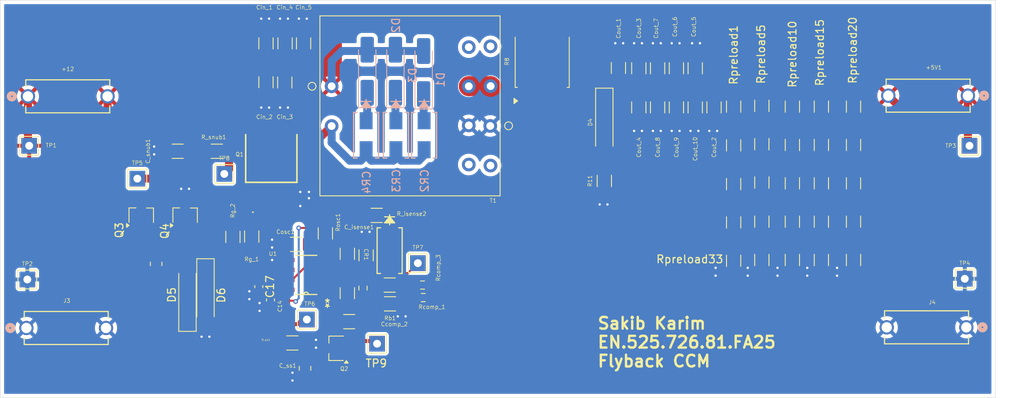
<source format=kicad_pcb>
(kicad_pcb (version 20241229) (generator "pcbnew") (generator_version "9.0")
  (layers (0 "F.Cu" signal) (2 "B.Cu" signal) (13 "F.Paste" user) (15 "B.Paste" user) (5 "F.SilkS" user "F.Silkscreen") (7 "B.SilkS" user "B.Silkscreen") (1 "F.Mask" user) (3 "B.Mask" user) (25 "Edge.Cuts" user))
  (net 0 "")
  (net 1 "VCC")
  (net 2 "GND")
  (net 3 "+5V")
  (net 4 "/COMP")
  (net 5 "/VFB")
  (net 6 "/ISENSE")
  (net 7 "Net-(Q2-B)")
  (net 8 "/RT{slash}CT")
  (net 9 "Net-(CR1-Pad1)")
  (net 10 "Net-(Q1-D)")
  (net 11 "/QG")
  (net 12 "Net-(U1-VREF)")
  (net 13 "/OUT")
  (net 14 "Net-(T1-SB)")
  (net 15 "Net-(D1-K)")
  (net 16 "Net-(D4-A)")
  (net 17 "Net-(Rpreload1-Pad2)")
  (net 18 "Net-(Rpreload2-Pad2)")
  (net 19 "Net-(Rpreload3-Pad2)")
  (net 20 "Net-(Rpreload5-Pad2)")
  (net 21 "Net-(Rpreload6-Pad2)")
  (net 22 "Net-(Rpreload7-Pad2)")
  (net 23 "Net-(Rpreload11-Pad2)")
  (net 24 "Net-(Rpreload10-Pad2)")
  (net 25 "Net-(C_snub1-Pad1)")
  (net 26 "Net-(Rpreload13-Pad2)")
  (net 27 "Net-(Rpreload22-Pad2)")
  (net 28 "Net-(Rpreload15-Pad2)")
  (net 29 "Net-(Rpreload17-Pad2)")
  (net 30 "Net-(Rpreload18-Pad2)")
  (net 31 "Net-(Rpreload23-Pad2)")
  (net 32 "Net-(Rpreload21-Pad2)")
  (net 33 "Net-(Q3-E)")
  (net 34 "Net-(Q3-B)")
  (net 35 "Net-(Rpreload33-Pad1)")
  (net 36 "Net-(Rpreload8-Pad2)")
  (net 37 "Net-(Rpreload12-Pad2)")
  (net 38 "Net-(Rpreload16-Pad2)")
  (net 39 "Net-(D2-K)")
  (net 40 "Net-(D3-K)")
  (net 41 "Net-(Ccomp_1-Pad2)")
  (net 42 "Net-(Ccomp_2-Pad1)")
  (net 43 "Net-(Rpreload20-Pad2)")
  (footprint "Resistor_SMD:R_1206_3216Metric_Pad1.30x1.75mm_HandSolder" (layer "F.Cu") (at 197.1 122.9 -90)
    (property "Reference" "Rpreload33")
    (property "Value" "1")
  )
  (footprint "Capacitor_SMD:C_1206_3216Metric_Pad1.33x1.80mm_HandSolder" (layer "F.Cu") (at 189.8 103.3 -90)
    (property "Reference" "Cout_9")
    (property "Value" "22uF")
  )
  (footprint "Resistor_SMD:R_1206_3216Metric_Pad1.30x1.75mm_HandSolder" (layer "F.Cu") (at 208.3 108.1 -90)
    (property "Reference" "Rpreload16" (hide yes))
    (property "Value" "10")
  )
  (footprint "Package_TO_SOT_SMD:TSOT-23_HandSoldering" (layer "F.Cu") (at 121.5 117.1 90)
    (property "Reference" "Q3")
    (property "Value" "2N3904")
  )
  (footprint "Resistor_SMD:R_1206_3216Metric_Pad1.30x1.75mm_HandSolder" (layer "F.Cu") (at 200.7 122.8 -90)
    (property "Reference" "Rpreload9" (hide yes))
    (property "Value" "1")
  )
  (footprint "UC2843D8:UC2843D8" (layer "F.Cu") (at 142.5362 124.705 180)
    (property "Reference" "U1")
    (property "Value" "UC2843D8")
  )
  (footprint "Resistor_SMD:R_1206_3216Metric_Pad1.30x1.75mm_HandSolder" (layer "F.Cu") (at 204.6 122.8 -90)
    (property "Reference" "Rpreload14" (hide yes))
    (property "Value" "1")
  )
  (footprint "Flyback_Xfmr:Flyback_Xfmr" (layer "F.Cu") (at 155.8 115.6)
    (property "Reference" "T1")
    (property "Value" "4.8uH")
  )
  (footprint "Resistor_SMD:R_1206_3216Metric_Pad1.30x1.75mm_HandSolder" (layer "F.Cu") (at 204.6 113 -90)
    (property "Reference" "Rpreload12" (hide yes))
    (property "Value" "3.3")
  )
  (footprint "Resistor_SMD:R_1206_3216Metric_Pad1.30x1.75mm_HandSolder" (layer "F.Cu") (at 212.4 108.1 -90)
    (property "Reference" "Rpreload21" (hide yes))
    (property "Value" "10")
  )
  (footprint "Capacitor_SMD:C_1206_3216Metric_Pad1.33x1.80mm_HandSolder" (layer "F.Cu") (at 192.2 98.3 90)
    (property "Reference" "Cout_5")
    (property "Value" "22uF")
  )
  (footprint "TestPoint:TestPoint_THTPad_2.0x2.0mm_Drill1.0mm" (layer "F.Cu") (at 226.6 125.2)
    (property "Reference" "TP4")
    (property "Value" "GND")
  )
  (footprint "Resistor_SMD:R_1206_3216Metric_Pad1.30x1.75mm_HandSolder" (layer "F.Cu") (at 200.7 103.1 -90)
    (property "Reference" "Rpreload5")
    (property "Value" "22")
  )
  (footprint "Resistor_SMD:R_1206_3216Metric_Pad1.30x1.75mm_HandSolder" (layer "F.Cu") (at 151.55 117.1 180)
    (property "Reference" "R_isense2")
    (property "Value" "1")
  )
  (footprint "Capacitor_SMD:C_1206_3216Metric_Pad1.33x1.80mm_HandSolder" (layer "F.Cu") (at 185 103.3 -90)
    (property "Reference" "Cout_4")
    (property "Value" "22uF")
  )
  (footprint "Resistor_SMD:R_1206_3216Metric_Pad1.30x1.75mm_HandSolder" (layer "F.Cu") (at 133.2 119.85 90)
    (property "Reference" "Rg_2")
    (property "Value" "10")
  )
  (footprint "Capacitor_SMD:C_1206_3216Metric_Pad1.33x1.80mm_HandSolder" (layer "F.Cu") (at 126.15 108.9 180)
    (property "Reference" "C_snub1")
    (property "Value" "~")
  )
  (footprint "Capacitor_SMD:C_1206_3216Metric_Pad1.33x1.80mm_HandSolder" (layer "F.Cu") (at 187.4 103.3 -90)
    (property "Reference" "Cout_8")
    (property "Value" "22uF")
  )
  (footprint "Resistor_SMD:R_1206_3216Metric_Pad1.30x1.75mm_HandSolder" (layer "F.Cu") (at 200.7 108 -90)
    (property "Reference" "Rpreload6" (hide yes))
    (property "Value" "10")
  )
  (footprint "Package_TO_SOT_SMD:TSOT-23_HandSoldering" (layer "F.Cu") (at 127.1 117.1 90)
    (property "Reference" "Q4")
    (property "Value" "2N3906")
  )
  (footprint "ES1D:ES1D" (layer "F.Cu") (at 153.2 121.6 -90)
    (property "Reference" "CR1")
    (property "Value" "ES1D")
  )
  (footprint "Resistor_SMD:R_0603_1608Metric_Pad0.98x0.95mm_HandSolder" (layer "F.Cu") (at 157.4 126 180)
    (property "Reference" "Rcomp_3")
    (property "Value" "33")
  )
  (footprint "Resistor_SMD:R_1206_3216Metric_Pad1.30x1.75mm_HandSolder" (layer "F.Cu") (at 204.6 103.2 -90)
    (property "Reference" "Rpreload10")
    (property "Value" "22")
  )
  (footprint "Resistor_SMD:R_1206_3216Metric_Pad1.30x1.75mm_HandSolder" (layer "F.Cu") (at 153.25 128.4 180)
    (property "Reference" "Rb1")
    (property "Value" "7.5k")
  )
  (footprint "tipjack:CONN_0752-001" (layer "F.Cu") (at 226.8 131.4 180)
    (property "Reference" "J4")
    (property "Value" "105-0752-001")
  )
  (footprint "Diode_SMD:D_MiniMELF_Handsoldering" (layer "F.Cu") (at 180.6 105.5 -90)
    (property "Reference" "D4")
    (property "Value" "5.1V")
  )
  (footprint "TestPoint:TestPoint_THTPad_2.0x2.0mm_Drill1.0mm" (layer "F.Cu") (at 132.1 111.8)
    (property "Reference" "TP8")
    (property "Value" "MOSFET Drain")
  )
  (footprint "Resistor_SMD:R_1206_3216Metric_Pad1.30x1.75mm_HandSolder" (layer "F.Cu") (at 147.8 122 90)
    (property "Reference" "R_isense1" (hide yes))
    (property "Value" "1k")
  )
  (footprint "Capacitor_SMD:C_1206_3216Metric_Pad1.33x1.80mm_HandSolder" (layer "F.Cu") (at 137.41875 95.11875 90)
    (property "Reference" "Cin_1")
    (property "Value" "22uF")
  )
  (footprint "Resistor_SMD:R_1206_3216Metric_Pad1.30x1.75mm_HandSolder" (layer "F.Cu") (at 135.6 119.8 90)
    (property "Reference" "Rg_1")
    (property "Value" "10")
  )
  (footprint "Resistor_SMD:R_1206_3216Metric_Pad1.30x1.75mm_HandSolder" (layer "F.Cu") (at 212.4 103.2 -90)
    (property "Reference" "Rpreload20")
    (property "Value" "22")
  )
  (footprint "Capacitor_SMD:C_1206_3216Metric_Pad1.33x1.80mm_HandSolder" (layer "F.Cu") (at 139.81875 100.11875 -90)
    (property "Reference" "Cin_3")
    (property "Value" "10uF")
  )
  (footprint "Capacitor_SMD:C_1206_3216Metric_Pad1.33x1.80mm_HandSolder" (layer "F.Cu") (at 192.2 103.3 -90)
    (property "Reference" "Cout_10")
    (property "Value" "22uF")
  )
  (footprint "Resistor_SMD:R_1206_3216Metric_Pad1.30x1.75mm_HandSolder" (layer "F.Cu") (at 212.4 122.8 -90)
    (property "Reference" "Rpreload24" (hide yes))
    (property "Value" "1")
  )
  (footprint "Capacitor_SMD:C_1206_3216Metric_Pad1.33x1.80mm_HandSolder" (layer "F.Cu") (at 147.8 127.0375 90)
    (property "Reference" "Ccomp_3" (hide yes))
    (property "Value" "10nF")
  )
  (footprint "Capacitor_SMD:C_1206_3216Metric_Pad1.33x1.80mm_HandSolder" (layer "F.Cu") (at 150.2 122.2 90)
    (property "Reference" "C_isense1")
    (property "Value" "33nF")
  )
  (footprint "Capacitor_SMD:C_1206_3216Metric_Pad1.33x1.80mm_HandSolder" (layer "F.Cu") (at 194.6 103.3 -90)
    (property "Reference" "Cout_2")
    (property "Value" "~")
  )
  (footprint "Package_TO_SOT_SMD:TO-252-2" (layer "F.Cu") (at 172.675 97.435 90)
    (property "Reference" "R8")
    (property "Value" "RBQ15BM65AFHTL")
  )
  (footprint "Capacitor_SMD:C_1206_3216Metric_Pad1.33x1.80mm_HandSolder" (layer "F.Cu") (at 187.4 98.3 90)
    (property "Reference" "Cout_7")
    (property "Value" "22uF")
  )
  (footprint "tipjack:CONN_0752-001" (layer "F.Cu") (at 227 101.8 180)
    (property "Reference" "+5V1")
    (property "Value" "105-0752-001")
  )
  (footprint "TestPoint:TestPoint_THTPad_2.0x2.0mm_Drill1.0mm" (layer "F.Cu") (at 107.2 108.2)
    (property "Reference" "TP1")
    (property "Value" "Input Voltage TP" (hide yes))
  )
  (footprint "Diode_SMD:D_MiniMELF_Handsoldering" (layer "F.Cu") (at 129.7 127.3 -90)
    (property "Reference" "D6")
    (property "Value" "12V")
  )
  (footprint "Resistor_SMD:R_1206_3216Metric_Pad1.30x1.75mm_HandSolder" (layer "F.Cu") (at 208.3 103.2 -90)
    (property "Reference" "Rpreload15")
    (property "Value" "22")
  )
  (footprint "tipjack:CONN_0752-001" (layer "F.Cu") (at 107.0439 101.8857)
    (property "Reference" "+12")
    (property "Value" "105-0752-001")
  )
  (footprint "Capacitor_SMD:C_0805_2012Metric_Pad1.18x1.45mm_HandSolder" (layer "F.Cu") (at 142.4 136.6375 -90)
    (property "Reference" "C_ss1")
    (property "Value" "0.68uF")
  )
  (footprint "IRF2905Z:IRFR2905ZTRPBF" (layer "F.Cu") (at 138.1 109.827)
    (property "Reference" "Q1")
    (property "Value" "IRFR2905ZTRPBF" (hide yes))
  )
  (footprint "Diode_SMD:D_MiniMELF_Handsoldering" (layer "F.Cu") (at 127.4 127.255 90)
    (property "Reference" "D5")
    (property "Value" "12V")
  )
  (footprint "Resistor_SMD:R_1206_3216Metric_Pad1.30x1.75mm_HandSolder" (layer "F.Cu") (at 197.1 103.2 -90)
    (property "Reference" "Rpreload1")
    (property "Value" "22")
  )
  (footprint "Capacitor_SMD:C_1206_3216Metric_Pad1.33x1.80mm_HandSolder" (layer "F.Cu") (at 182.4 98.2625 90)
    (property "Reference" "Cout_1")
    (property "Value" "0.1uF")
  )
  (footprint "Resistor_SMD:R_1206_3216Metric_Pad1.30x1.75mm_HandSolder" (layer "F.Cu") (at 212.4 117.9 -90)
    (property "Reference" "Rpreload23" (hide yes))
    (property "Value" "3.3")
  )
  (footprint "Resistor_SMD:R_1206_3216Metric_Pad1.30x1.75mm_HandSolder" (layer "F.Cu") (at 204.6 117.9 -90)
    (property "Reference" "Rpreload13" (hide yes))
    (property "Value" "3.3")
  )
  (footprint "Capacitor_SMD:C_1206_3216Metric_Pad1.33x1.80mm_HandSolder" (layer "F.Cu") (at 153.2 126 180)
    (property "Reference" "Ccomp_2")
    (property "Value" "47nF")
  )
  (footprint "Capacitor_SMD:C_1206_3216Metric_Pad1.33x1.80mm_HandSolder" (layer "F.Cu") (at 139.85625 95.11875 90)
    (property "Reference" "Cin_4")
    (property "Value" "~")
  )
  (footprint "TestPoint:TestPoint_THTPad_2.0x2.0mm_Drill1.0mm" (layer "F.Cu") (at 151.6 133.5)
    (property "Reference" "TP9")
    (property "Value" "COMP")
  )
  (footprint "Capacitor_SMD:C_1206_3216Metric_Pad1.33x1.80mm_HandSolder" (layer "F.Cu") (at 141.2375 120.8 180)
    (property "Reference" "Cosc1")
    (property "Value" "1nF")
  )
  (footprint "Capacitor_SMD:C_1206_3216Metric_Pad1.33x1.80mm_HandSolder" (layer "F.Cu") (at 189.8 98.3 90)
    (property "Reference" "Cout_6")
    (property "Value" "22uF")
  )
  (footprint "Resistor_SMD:R_1206_3216Metric_Pad1.30x1.75mm_HandSolder" (layer "F.Cu") (at 208.3 122.8 -90)
    (property "Reference" "Rpreload19" (hide yes))
    (property "Value" "1")
  )
  (footprint "Resistor_SMD:R_1206_3216Metric_Pad1.30x1.75mm_HandSolder" (layer "F.Cu") (at 212.4 113 -90)
    (property "Reference" "Rpreload22" (hide yes))
    (property "Value" "3.3")
  )
  (footprint "Resistor_SMD:R_1206_3216Metric_Pad1.30x1.75mm_HandSolder" (layer "F.Cu") (at 200.7 117.9 -90)
    (property "Reference" "Rpreload8" (hide yes))
    (property "Value" "3.3")
  )
  (footprint "Resistor_SMD:R_1206_3216Metric_Pad1.30x1.75mm_HandSolder" (layer "F.Cu") (at 131.15 108.9)
    (property "Reference" "R_snub1")
    (property "Value" "~")
  )
  (footprint "Capacitor_SMD:C_1206_3216Metric_Pad1.33x1.80mm_HandSolder" (layer "F.Cu") (at 185 98.3 90)
    (property "Reference" "Cout_3")
    (property "Value" "22uF")
  )
  (footprint "TestPoint:TestPoint_THTPad_2.0x2.0mm_Drill1.0mm" (layer "F.Cu") (at 227.2 108.2)
    (property "Reference" "TP3")
    (property "Value" "Output Voltage TP")
  )
  (footprint "Resistor_SMD:R_1206_3216Metric_Pad1.30x1.75mm_HandSolder" (layer "F.Cu") (at 197.1 118 -90)
    (property "Reference" "Rpreload4" (hide yes))
    (property "Value" "3.3")
  )
  (footprint "Resistor_SMD:R_1206_3216Metric_Pad1.30x1.75mm_HandSolder" (layer "F.Cu") (at 204.6 108.1 -90)
    (property "Reference" "Rpreload11" (hide yes))
    (property "Value" "10")
  )
  (footprint "Resistor_SMD:R_1206_3216Metric_Pad1.30x1.75mm_HandSolder" (layer "F.Cu") (at 145 119.4 90)
    (property "Reference" "Rosc1")
    (property "Value" "3.3k")
  )
  (footprint "Resistor_SMD:R_0805_2012Metric_Pad1.20x1.40mm_HandSolder" (layer "F.Cu") (at 123.4 123.3 90)
    (property "Reference" "Rb2" (hide yes))
    (property "Value" "47")
  )
  (footprint "Package_TO_SOT_SMD:TSOT-23" (layer "F.Cu") (at 146.4 134.1 180)
    (property "Reference" "Q2")
    (property "Value" "2N3906")
  )
  (footprint "tipjack:CONN_0752-001" (layer "F.Cu") (at 106.8439 131.4857)
    (property "Reference" "J3")
    (property "Value" "105-0752-001")
  )
  (footprint "Resistor_SMD:R_0603_1608Metric_Pad0.98x0.95mm_HandSolder" (layer "F.Cu") (at 149.8 126.3875 -90)
    (property "Reference" "Rcomp_2" (hide yes))
    (property "Value" "100")
  )
  (footprint "Resistor_SMD:R_1206_3216Metric_Pad1.30x1.75mm_HandSolder" (layer "F.Cu") (at 197.1 113.1 -90)
    (property "Reference" "Rpreload3" (hide yes))
    (property "Value" "3.3")
  )
  (footprint "TestPoint:TestPoint_THTPad_2.0x2.0mm_Drill1.0mm" (layer "F.Cu") (at 156.8 123.2)
    (property "Reference" "TP7")
    (property "Value" "Isense")
  )
  (footprint "Resistor_SMD:R_1206_3216Metric_Pad1.30x1.75mm_HandSolder" (layer "F.Cu") (at 197.1 108.15 -90)
    (property "Reference" "Rpreload2" (hide yes))
    (property "Value" "10")
  )
  (footprint "Resistor_SMD:R_1206_3216Metric_Pad1.30x1.75mm_HandSolder" (layer "F.Cu") (at 180.6 112.7 90)
    (property "Reference" "R11")
    (property "Value" "~")
  )
  (footprint "Resistor_SMD:R_1206_3216Metric_Pad1.30x1.75mm_HandSolder" (layer "F.Cu") (at 140.7875 133.4 180)
    (property "Reference" "R_ss1")
    (property "Value" "47k")
  )
  (footprint "Capacitor_SMD:C_0603_1608Metric_Pad1.08x0.95mm_HandSolder" (layer "F.Cu") (at 138 127.9 -90)
    (property "Reference" "C14")
    (property "Value" "0.1uF")
  )
  (footprint "Capacitor_SMD:C_1206_3216Metric_Pad1.33x1.80mm_HandSolder" (layer "F.Cu") (at 148.0375 130.675)
    (property "Reference" "Ccomp_1" (hide yes))
    (property "Value" "330n")
  )
  (footprint "Resistor_SMD:R_0603_1608Metric_Pad0.98x0.95mm_HandSolder" (layer "F.Cu") (at 157.4875 127.6)
    (property "Reference" "Rcomp_1")
    (property "Value" "7.5k")
  )
  (footprint "TestPoint:TestPoint_THTPad_2.0x2.0mm_Drill1.0mm" (layer "F.Cu") (at 142.6375 130.4)
    (property "Reference" "TP6")
    (property "Value" "Vref")
  )
  (footprint "TestPoint:TestPoint_THTPad_2.0x2.0mm_Drill1.0mm" (layer "F.Cu") (at 121 112.4)
    (property "Reference" "TP5")
    (property "Value" "Gate Driver Output")
  )
  (footprint "Resistor_SMD:R_1206_3216Metric_Pad1.30x1.75mm_HandSolder" (layer "F.Cu") (at 208.3 113 -90)
    (property "Reference" "Rpreload17" (hide yes))
    (property "Value" "3.3")
  )
  (footprint "Resistor_SMD:R_1206_3216Metric_Pad1.30x1.75mm_HandSolder" (layer "F.Cu") (at 200.7 112.9 -90)
    (property "Reference" "Rpreload7" (hide yes))
    (property "Value" "3.3")
  )
  (footprint "Resistor_SMD:R_1206_3216Metric_Pad1.30x1.75mm_HandSolder" (layer "F.Cu") (at 208.3 117.9 -90)
    (property "Reference" "Rpreload18" (hide yes))
    (property "Value" "3.3")
  )
  (footprint "TestPoint:TestPoint_THTPad_2.0x2.0mm_Drill1.0mm" (layer "F.Cu") (at 106.9625 125.2857)
    (property "Reference" "TP2")
    (property "Value" "GND")
  )
  (footprint "Capacitor_SMD:C_0603_1608Metric_Pad1.08x0.95mm_HandSolder" (layer "F.Cu") (at 136.5 126.2 -90)
    (property "Reference" "C17")
    (property "Value" "0.1uF")
  )
  (footprint "Capacitor_SMD:C_1206_3216Metric_Pad1.33x1.80mm_HandSolder" (layer "F.Cu") (at 142.21875 95.11875 90)
    (property "Reference" "Cin_5")
    (property "Value" "0.1uF")
  )
  (footprint "Capacitor_SMD:C_1206_3216Metric_Pad1.33x1.80mm_HandSolder" (layer "F.Cu") (at 137.41875 100.08125 -90)
    (property "Reference" "Cin_2")
    (property "Value" "10uF")
  )
  (footprint "ES1D:ES1D" (layer "B.Cu") (at 154 106.8542 -90)
    (property "Reference" "CR3")
    (property "Value" "ES1D")
  )
  (footprint "Diode_SMD:D_MiniMELF_Handsoldering" (layer "B.Cu") (at 150.34 98.6766 90)
    (property "Reference" "D3")
    (property "Value" "~")
  )
  (footprint "Diode_SMD:D_MiniMELF_Handsoldering" (layer "B.Cu") (at 153.94 98.6766 90)
    (property "Reference" "D2")
    (property "Value" "22V")
  )
  (footprint "Diode_SMD:D_MiniMELF_Handsoldering" (layer "B.Cu") (at 157.54 98.845 90)
    (property "Reference" "D1")
    (property "Value" "22V")
  )
  (footprint "ES1D:ES1D" (layer "B.Cu") (at 157.6 106.8542 -90)
    (property "Reference" "CR2")
    (property "Value" "ES1D")
  )
  (footprint "ES1D:ES1D" (layer "B.Cu") (at 150.2 106.8542 -90)
    (property "Reference" "CR4")
    (property "Value" "ES1D")
  )
  (gr_rect (start 103.5 89.6) (end 230.5 140.4) (stroke (width 0.05)) (fill no) (layer "Edge.Cuts"))
  (gr_text "Sakib Karim\nEN.525.726.81.FA25\nFlyback CCM" (at 179.6 136.6 0) (layer "F.SilkS") (effects (font (size 1.5 1.5) (thickness 0.3) (bold yes)) (justify left bottom)))
  (segment (start 127.4 130.005) (end 127.4 135.3) (width 1.016) (layer "F.Cu") (net 1))
  (segment (start 120.305 130.005) (end 127.4 130.005) (width 1.016) (layer "F.Cu") (net 1))
  (segment (start 133.5 135.3) (end 133.5 126.2) (width 1.016) (layer "F.Cu") (net 1))
  (segment (start 115.21 115.39) (end 115.1 115.5) (width 0.508) (layer "F.Cu") (net 1))
  (segment (start 107.0439 108.0439) (end 107.2 108.2) (width 1.016) (layer "F.Cu") (net 1))
  (segment (start 117.2039 110.9961) (end 115.1 113.1) (width 1.016) (layer "F.Cu") (net 1))
  (segment (start 147.8 120.45) (end 146.3 121.95) (width 0.254) (layer "F.Cu") (net 1))
  (segment (start 107.0439 101.8857) (end 107.0439 108.0439) (width 1.016) (layer "F.Cu") (net 1))
  (segment (start 140.0699 125.3375) (end 140.0724 125.34) (width 1.016) (layer "F.Cu") (net 1))
  (segment (start 127.4 135.3) (end 128 135.9) (width 1.016) (layer "F.Cu") (net 1))
  (segment (start 136.1375 125.7) (end 136.5 125.3375) (width 1.016) (layer "F.Cu") (net 1))
  (segment (start 115.1 124.8) (end 120.305 130.005) (width 1.016) (layer "F.Cu") (net 1))
  (segment (start 115.1 115.5) (end 115.1 124.8) (width 1.016) (layer "F.Cu") (net 1))
  (segment (start 146.3 121.95) (end 146.3 122.1926) (width 0.254) (layer "F.Cu") (net 1))
  (segment (start 134 125.7) (end 136.1375 125.7) (width 1.016) (layer "F.Cu") (net 1))
  (segment (start 136.5 125.3375) (end 140.0699 125.3375) (width 1.016) (layer "F.Cu") (net 1))
  (segment (start 117.2039 101.8857) (end 117.2039 110.9961) (width 1.016) (layer "F.Cu") (net 1))
  (segment (start 142.6926 123.4074) (end 140.76 125.34) (width 0.254) (layer "F.Cu") (net 1))
  (segment (start 146.3186 123.4074) (end 142.6926 123.4074) (width 0.254) (layer "F.Cu") (net 1))
  (segment (start 140.76 125.34) (end 140.0724 125.34) (width 0.254) (layer "F.Cu") (net 1))
  (segment (start 132.9 135.9) (end 133.5 135.3) (width 1.016) (layer "F.Cu") (net 1))
  (segment (start 140.0124 125.4) (end 140.0724 125.34) (width 0.254) (layer "F.Cu") (net 1))
  (segment (start 121.5 115.39) (end 115.21 115.39) (width 0.508) (layer "F.Cu") (net 1))
  (segment (start 128 135.9) (end 132.9 135.9) (width 1.016) (layer "F.Cu") (net 1))
  (segment (start 146.3186 122.1926) (end 146.3186 123.4074) (width 0.254) (layer "F.Cu") (net 1))
  (segment (start 115.1 113.1) (end 115.1 115.5) (width 1.016) (layer "F.Cu") (net 1))
  (segment (start 146.3 122.1926) (end 146.3186 122.1926) (width 0.254) (layer "F.Cu") (net 1))
  (segment (start 133.5 126.2) (end 134 125.7) (width 1.016) (layer "F.Cu") (net 1))
  (segment (start 145.8 97.4) (end 147.105 96.095) (width 1.016) (layer "B.Cu") (net 1))
  (segment (start 145.8 100.6) (end 145.8 97.4) (width 1.016) (layer "B.Cu") (net 1))
  (segment (start 147.105 96.095) (end 157.54 96.095) (width 1.016) (layer "B.Cu") (net 1))
  (segment (start 189.2 105.4625) (end 189.8 104.8625) (width 0.254) (layer "F.Cu") (net 2))
  (segment (start 137.41875 101.64375) (end 137.54375 101.64375) (width 0.254) (layer "F.Cu") (net 2))
  (segment (start 198.9 124.8) (end 200.25 124.8) (width 0.508) (layer "F.Cu") (net 2))
  (segment (start 150.6375 120.2) (end 150.6375 119.2) (width 0.254) (layer "F.Cu") (net 2))
  (segment (start 137.29375 101.64375) (end 136.81875 102.11875) (width 0.254) (layer "F.Cu") (net 2))
  (segment (start 139.4 120.8) (end 139 121.2) (width 0.254) (layer "F.Cu") (net 2))
  (segment (start 186.8 96.1) (end 186.8 95.1) (width 0.254) (layer "F.Cu") (net 2))
  (segment (start 141.8 115.2) (end 142.9 114.1) (width 0.254) (layer "F.Cu") (net 2))
  (segment (start 139.21875 92.55625) (end 139.21875 91.95625) (width 0.254) (layer "F.Cu") (net 2))
  (segment (start 195 105.2625) (end 194.6 104.8625) (width 0.254) (layer "F.Cu") (net 2))
  (segment (start 142.4 137.9625) (end 142.4 137.4375) (width 0.254) (layer "F.Cu") (net 2))
  (segment (start 180 115.7) (end 180 114.85) (width 0.254) (layer "F.Cu") (net 2))
  (segment (start 187.8 106.3) (end 187.8 105.2625) (width 0.254) (layer "F.Cu") (net 2))
  (segment (start 139.81875 101.68125) (end 139.65625 101.68125) (width 0.254) (layer "F.Cu") (net 2))
  (segment (start 183 96.1) (end 183 95.1) (width 0.254) (layer "F.Cu") (net 2))
  (segment (start 137.54375 101.64375) (end 137.81875 101.91875) (width 0.254) (layer "F.Cu") (net 2))
  (segment (start 195 106.3) (end 195 105.2625) (width 0.254) (layer "F.Cu") (net 2))
  (segment (start 192.6 106.3) (end 192.6 105.2625) (width 0.254) (layer "F.Cu") (net 2))
  (segment (start 200.25 124.8) (end 200.7 124.35) (width 0.508) (layer "F.Cu") (net 2))
  (segment (start 139.4 120.2) (end 138.2 120.2) (width 0.254) (layer "F.Cu") (net 2))
  (segment (start 139.65625 101.68125) (end 139.21875 102.11875) (width 0.254) (layer "F.Cu") (net 2))
  (segment (start 136.5 127.0625) (end 136.0375 127.0625) (width 0.254) (layer "F.Cu") (net 2))
  (segment (start 154.8 128.4) (end 154.2375 128.9625) (width 0.254) (layer "F.Cu") (net 2))
  (segment (start 137.0625 128.7625) (end 136.6 128.3) (width 0.254) (layer "F.Cu") (net 2))
  (segment (start 155.2375 129.6) (end 155.2375 130) (width 0.254) (layer "F.Cu") (net 2))
  (segment (start 210.3 123.8) (end 211.85 123.8) (width 0.508) (layer "F.Cu") (net 2))
  (segment (start 142.6 115.2) (end 140.38 115.2) (width 0.254) (layer "F.Cu") (net 2))
  (segment (start 194.8 124.8) (end 196.75 124.8) (width 0.508) (layer "F.Cu") (net 2))
  (segment (start 144.99 134) (end 145.09 134.1) (width 0.254) (layer "F.Cu") (net 2))
  (segment (start 191.6 105.4625) (end 192.2 104.8625) (width 0.254) (layer "F.Cu") (net 2))
  (segment (start 123.15 109.3) (end 124.15 109.3) (width 0.254) (layer "F.Cu") (net 2))
  (segment (start 139.675 120.475) (end 139.4 120.2) (width 0.254) (layer "F.Cu") (net 2))
  (segment (start 142.4 137.675) (end 141.275 137.675) (width 0.254) (layer "F.Cu") (net 2))
  (segment (start 141.61875 92.95625) (end 142.21875 93.55625) (width 0.254) (layer "F.Cu") (net 2))
  (segment (start 194 105.4625) (end 194.6 104.8625) (width 0.254) (layer "F.Cu") (net 2))
  (segment (start 137.41875 92.95625) (end 136.81875 92.35625) (width 0.254) (layer "F.Cu") (net 2))
  (segment (start 139.675 120.8) (end 139.4 120.8) (width 0.254) (layer "F.Cu") (net 2))
  (segment (start 186.8 105.4625) (end 187.4 104.8625) (width 0.254) (layer "F.Cu") (net 2))
  (segment (start 182.4 96.7) (end 183 96.1) (width 0.254) (layer "F.Cu") (net 2))
  (segment (start 194.8 123.8) (end 196.45 123.8) (width 0.508) (layer "F.Cu") (net 2))
  (segment (start 149.9625 120.4) (end 149.6375 120.4) (width 0.254) (layer "F.Cu") (net 2))
  (segment (start 142.9 114.9) (end 142.6 115.2) (width 0.254) (layer "F.Cu") (net 2))
  (segment (start 141.275 137.675) (end 140.8 137.2) (width 0.254) (layer "F.Cu") (net 2))
  (segment (start 182 96.3) (end 182 95.1) (width 0.254) (layer "F.Cu") (net 2))
  (segment (start 138 128.7625) (end 137.1375 128.7625) (width 0.254) (layer "F.Cu") (net 2))
  (segment (start 137.41875 93.15625) (end 137.81875 92.75625) (width 0.254) (layer "F.Cu") (net 2))
  (segment (start 139.85625 93.55625) (end 139.85625 93.19375) (width 0.254) (layer "F.Cu") (net 2))
  (segment (start 140.38 115.2) (end 141.8 115.2) (width 0.254) (layer "F.Cu") (net 2))
  (segment (start 139.81875 101.68125) (end 139.81875 102.15625) (width 0.254) (layer "F.Cu") (net 2))
  (segment (start 136.81875 92.35625) (end 136.81875 91.95625) (width 0.254) (layer "F.Cu") (net 2))
  (segment (start 154.8 128.4) (end 154.8 129.0375) (width 0.254) (layer "F.Cu") (net 2))
  (segment (start 189.2 96.1) (end 189.2 95.1) (width 0.254) (layer "F.Cu") (net 2))
  (segment (start 135.5625 127.0625) (end 135.3 126.8) (width 0.254) (layer "F.Cu") (net 2))
  (segment (start 129.7 130.05) (end 129.7 132.1) (width 0.254) (layer "F.Cu") (net 2))
  (segment (start 139.85625 93.55625) (end 139.85625 93.11875) (width 0.254) (layer "F.Cu") (net 2))
  (segment (start 127.7 113.8) (end 127.663 113.763) (width 0.508) (layer "F.Cu") (net 2))
  (segment (start 136.5 127.0625) (end 135.5625 127.0625) (width 0.254) (layer "F.Cu") (net 2))
  (segment (start 187.4 96.5) (end 187.8 96.1) (width 0.254) (layer "F.Cu") (net 2))
  (segment (start 139.98125 101.68125) (end 140.21875 101.91875) (width 0.254) (layer "F.Cu") (net 2))
  (segment (start 187.4 96.7375) (end 187.4 96.7) (width 0.254) (layer "F.Cu") (net 2))
  (segment (start 187.8 105.2625) (end 187.4 104.8625) (width 0.254) (layer "F.Cu") (net 2))
  (segment (start 185 96.7375) (end 185 96.5) (width 0.254) (layer "F.Cu") (net 2))
  (segment (start 210.3 124.8) (end 211.95 124.8) (width 0.508) (layer "F.Cu") (net 2))
  (segment (start 204.15 124.8) (end 204.6 124.35) (width 0.508) (layer "F.Cu") (net 2))
  (segment (start 139.85625 93.11875) (end 140.21875 92.75625) (width 0.254) (layer "F.Cu") (net 2))
  (segment (start 184.4 96.3) (end 184.4 95.1) (width 0.254) (layer "F.Cu") (net 2))
  (segment (start 196.75 124.8) (end 197.1 124.45) (width 0.508) (layer "F.Cu") (net 2))
  (segment (start 140.21875 101.91875) (end 140.21875 103.31875) (width 0.254) (layer "F.Cu") (net 2))
  (segment (start 190.2 106.3) (end 190.2 105.2625) (width 0.254) (layer "F.Cu") (net 2))
  (segment (start 206.5 124.8) (end 207.85 124.8) (width 0.508) (layer "F.Cu") (net 2))
  (segment (start 192.6 105.2625) (end 192.2 104.8625) (width 0.254) (layer "F.Cu") (net 2))
  (segment (start 192.2 96.7375) (end 192.2 96.5) (width 0.254) (layer "F.Cu") (net 2))
  (segment (start 142.61875 91.95625) (end 142.61875 93.15625) (width 0.254) (layer "F.Cu") (net 2))
  (segment (start 139.675 120.8) (end 139.675 120.475) (width 0.254) (layer "F.Cu") (net 2))
  (segment (start 182.4 96.7) (end 182 96.3) (width 0.254) (layer "F.Cu") (net 2))
  (segment (start 189.8 96.7) (end 189.2 96.1) (width 0.254) (layer "F.Cu") (net 2))
  (segment (start 139.675 120.925) (end 139.4 121.2) (width 0.254) (layer "F.Cu") (net 2))
  (segment (start 190.2 96.1) (end 190.2 95.1) (width 0.254) (layer "F.Cu") (net 2))
  (segment (start 141.325 137.675) (end 140.8 138.2) (width 0.254) (layer "F.Cu") (net 2))
  (segment (start 202.7 124.8) (end 204.15 124.8) (width 0.508) (layer "F.Cu") (net 2))
  (segment (start 187.4 96.7375) (end 187.4 96.5) (width 0.254) (layer "F.Cu") (net 2))
  (segment (start 139.21875 102.11875) (end 139.21875 103.31875) (width 0.254) (layer "F.Cu") (net 2))
  (segment (start 141.8 115.2) (end 141.8 114.1) (width 0.254) (layer "F.Cu") (net 2))
  (segment (start 207.85 124.8) (end 208.3 124.35) (width 0.508) (layer "F.Cu") (net 2))
  (segment (start 143.8 134) (end 144.99 134) (width 0.254) (layer "F.Cu") (net 2))
  (segment (start 154.2375 128.9625) (end 154.2375 130) (width 0.254) (layer "F.Cu") (net 2))
  (segment (start 190.2 105.2625) (end 189.8 104.8625) (width 0.254) (layer "F.Cu") (net 2))
  (segment (start 191.8 96.1) (end 191.8 95.1) (width 0.254) (layer "F.Cu") (net 2))
  (segment (start 141.61875 91.95625) (end 141.61875 92.95625) (width 0.254) (layer "F.Cu") (net 2))
  (segment (start 200.15 123.8) (end 200.7 124.35) (width 0.508) (layer "F.Cu") (net 2))
  (segment (start 126.6 114.89) (end 126.6 113.763) (width 0.508) (layer "F.Cu") (net 2))
  (segment (start 185.4 105.2625) (end 185 104.8625) (width 0.254) (layer "F.Cu") (net 2))
  (segment (start 150.2 120.6375) (end 150.6375 120.2) (width 0.254) (layer "F.Cu") (net 2))
  (segment (start 139.81875 101.68125) (end 139.98125 101.68125) (width 0.254) (layer "F.Cu") (net 2))
  (segment (start 185.4 106.3) (end 185.4 105.2625) (width 0.254) (layer "F.Cu") (net 2))
  (segment (start 187.4 96.7) (end 186.8 96.1) (width 0.254) (layer "F.Cu") (net 2))
  (segment (start 189.8 96.7375) (end 189.8 96.7) (width 0.254) (layer "F.Cu") (net 2))
  (segment (start 127.1 115.39) (end 126.6 114.89) (width 0.508) (layer "F.Cu") (net 2))
  (segment (start 192.2 96.5) (end 192.8 95.9) (width 0.254) (layer "F.Cu") (net 2))
  (segment (start 184.4 105.4625) (end 185 104.8625) (width 0.254) (layer "F.Cu") (net 2))
  (segment (start 140.21875 92.75625) (end 140.21875 91.95625) (width 0.254) (layer "F.Cu") (net 2))
  (segment (start 184.4 106.3) (end 184.4 105.4625) (width 0.254) (layer "F.Cu") (net 2))
  (segment (start 139 121.2) (end 138.2 121.2) (width 0.254) (layer "F.Cu") (net 2))
  (segment (start 185 96.7375) (end 184.8375 96.7375) (width 0.254) (layer "F.Cu") (net 2))
  (segment (start 149.6375 120.4) (end 149.6375 119.2) (width 0.254) (layer "F.Cu") (net 2))
  (segment (start 127.663 113.763) (end 127.6 113.763) (width 0.508) (layer "F.Cu") (net 2))
  (segment (start 150.2 120.6375) (end 149.9625 120.4) (width 0.254) (layer "F.Cu") (net 2))
  (segment (start 191.6 106.3) (end 191.6 105.4625) (width 0.254) (layer "F.Cu") (net 2))
  (segment (start 186.8 106.3) (end 186.8 105.4625) (width 0.254) (layer "F.Cu") (net 2))
  (segment (start 180 114.85) (end 180.6 114.25) (width 0.254) (layer "F.Cu") (net 2))
  (segment (start 194 106.3) (end 194 105.4625) (width 0.254) (layer "F.Cu") (net 2))
  (segment (start 139.675 120.8) (end 139.675 120.925) (width 0.254) (layer "F.Cu") (net 2))
  (segment (start 189.8 96.5) (end 190.2 96.1) (width 0.254) (layer "F.Cu") (net 2))
  (segment (start 129.7 132.1) (end 129.2 132.6) (width 0.254) (layer "F.Cu") (net 2))
  (segment (start 136.0375 127.0625) (end 135.3 127.8) (width 0.254) (layer "F.Cu") (net 2))
  (segment (start 198.9 123.8) (end 200.15 123.8) (width 0.508) (layer "F.Cu") (net 2))
  (segment (start 145.09 134.1) (end 144.9 134.1) (width 0.254) (layer "F.Cu") (net 2))
  (segment (start 141.8 115.2) (end 141.8 115.9) (width 0.254) (layer "F.Cu") (net 2))
  (segment (start 185 96.5) (end 185.4 96.1) (width 0.254) (layer "F.Cu") (net 2))
  (segment (start 137.41875 101.64375) (end 137.29375 101.64375) (width 0.254) (layer "F.Cu") (net 2))
  (segment (start 192.8 95.9) (end 192.8 95.1) (width 0.254) (layer "F.Cu") (net 2))
  (segment (start 138 128.7625) (end 137.0625 128.7625) (width 0.254) (layer "F.Cu") (net 2))
  (segment (start 137.81875 92.75625) (end 137.81875 91.95625) (width 0.254) (layer "F.Cu") (net 2))
  (segment (start 136.81875 102.11875) (end 136.81875 103.31875) (width 0.254) (layer "F.Cu") (net 2))
  (segment (start 139.85625 93.19375) (end 139.21875 92.55625) (width 0.254) (layer "F.Cu") (net 2))
  (segment (start 196.45 123.8) (end 197.1 124.45) (width 0.508) (layer "F.Cu") (net 2))
  (segment (start 138.2 122.8) (end 140.0724 122.8) (width 0.254) (layer "F.Cu") (net 2))
  (segment (start 129.7 132.1) (end 130.2 132.6) (width 0.254) (layer "F.Cu") (net 2))
  (segment (start 184.8375 96.7375) (end 184.4 96.3) (width 0.254) (layer "F.Cu") (net 2))
  (segment (start 144.9 134.1) (end 143.8 133) (width 0.254) (layer "F.Cu") (net 2))
  (segment (start 154.8 129.1625) (end 155.2375 129.6) (width 0.254) (layer "F.Cu") (net 2))
  (segment (start 181 115.7) (end 181 114.65) (width 0.254) (layer "F.Cu") (net 2))
  (segment (start 189.8 96.7375) (end 189.8 96.5) (width 0.254) (layer "F.Cu") (net 2))
  (segment (start 206.5 123.8) (end 207.75 123.8) (width 0.508) (layer "F.Cu") (net 2))
  (segment (start 127.1 115.39) (end 127.7 114.79) (width 0.508) (layer "F.Cu") (net 2))
  (segment (start 192.2 96.5) (end 191.8 96.1) (width 0.254) (layer "F.Cu") (net 2))
  (segment (start 185.4 96.1) (end 185.4 95.1) (width 0.254) (layer "F.Cu") (net 2))
  (segment (start 127.7 114.79) (end 127.7 113.8) (width 0.508) (layer "F.Cu") (net 2))
  (segment (start 187.8 96.1) (end 187.8 95.1) (width 0.254) (layer "F.Cu") (net 2))
  (segment (start 137.81875 101.91875) (end 137.81875 103.31875) (width 0.254) (layer "F.Cu") (net 2))
  (segment (start 137.1375 128.7625) (end 136.6 129.3) (width 0.254) (layer "F.Cu") (net 2))
  (segment (start 142.61875 93.15625) (end 142.21875 93.55625) (width 0.254) (layer "F.Cu") (net 2))
  (segment (start 142.4 137.4375) (end 142.4 138.0375) (width 0.254) (layer "F.Cu") (net 2))
  (segment (start 207.75 123.8) (end 208.3 124.35) (width 0.508) (layer "F.Cu") (net 2))
  (segment (start 154.8 128.4) (end 154.8 129.1625) (width 0.254) (layer "F.Cu") (net 2))
  (segment (start 189.2 106.3) (end 189.2 105.4625) (width 0.254) (layer "F.Cu") (net 2))
  (segment (start 181 114.65) (end 180.6 114.25) (width 0.254) (layer "F.Cu") (net 2))
  (segment (start 211.95 124.8) (end 212.4 124.35) (width 0.508) (layer "F.Cu") (net 2))
  (segment (start 142.4 137.675) (end 141.325 137.675) (width 0.254) (layer "F.Cu") (net 2))
  (segment (start 204.05 123.8) (end 204.6 124.35) (width 0.508) (layer "F.Cu") (net 2))
  (segment (start 137.41875 93.55625) (end 137.41875 92.95625) (width 0.254) (layer "F.Cu") (net 2))
  (segment (start 202.7 123.8) (end 204.05 123.8) (width 0.508) (layer "F.Cu") (net 2))
  (segment (start 137.41875 93.55625) (end 137.41875 93.15625) (width 0.254) (layer "F.Cu") (net 2))
  (segment (start 123.15 108.3) (end 124.35 108.3) (width 0.254) (layer "F.Cu") (net 2))
  (segment (start 211.85 123.8) (end 212.4 124.35) (width 0.508) (layer "F.Cu") (net 2))
  (via (at 126.6 113.7) (size 0.6) (drill 0.3) (layers "F.Cu" "B.Cu") (net 2))
  (via (at 206.5 123.8) (size 0.6) (drill 0.3) (layers "F.Cu" "B.Cu") (net 2))
  (via (at 194.8 124.8) (size 0.6) (drill 0.3) (layers "F.Cu" "B.Cu") (net 2))
  (via (at 142.9 114.1) (size 0.6) (drill 0.3) (layers "F.Cu" "B.Cu") (net 2))
  (via (at 155.2375 130) (size 0.6) (drill 0.3) (layers "F.Cu" "B.Cu") (net 2))
  (via (at 206.5 124.8) (size 0.6) (drill 0.3) (layers "F.Cu" "B.Cu") (net 2))
  (via (at 182 95.1) (size 0.6) (drill 0.3) (layers "F.Cu" "B.Cu") (net 2))
  (via (at 154.2375 130) (size 0.6) (drill 0.3) (layers "F.Cu" "B.Cu") (net 2))
  (via (at 184.4 106.3) (size 0.6) (drill 0.3) (layers "F.Cu" "B.Cu") (net 2))
  (via (at 140.21875 91.95625) (size 0.6) (drill 0.3) (layers "F.Cu" "B.Cu") (net 2))
  (via (at 187.8 95.1) (size 0.6) (drill 0.3) (layers "F.Cu" "B.Cu") (net 2))
  (via (at 141.8 115.9) (size 0.6) (drill 0.3) (layers "F.Cu" "B.Cu") (net 2))
  (via (at 135.3 126.8) (size 0.6) (drill 0.3) (layers "F.Cu" "B.Cu") (net 2))
  (via (at 190.2 95.1) (size 0.6) (drill 0.3) (layers "F.Cu" "B.Cu") (net 2))
  (via (at 190.2 106.3) (size 0.6) (drill 0.3) (layers "F.Cu" "B.Cu") (net 2))
  (via (at 180 115.7) (size 0.6) (drill 0.3) (layers "F.Cu" "B.Cu") (net 2))
  (via (at 191.6 106.3) (size 0.6) (drill 0.3) (layers "F.Cu" "B.Cu") (net 2))
  (via (at 186.8 106.3) (size 0.6) (drill 0.3) (layers "F.Cu" "B.Cu") (net 2))
  (via (at 191.8 95.1) (size 0.6) (drill 0.3) (layers "F.Cu" "B.Cu") (net 2))
  (via (at 138.2 120.2) (size 0.6) (drill 0.3) (layers "F.Cu" "B.Cu") (net 2))
  (via (at 136.81875 103.31875) (size 0.6) (drill 0.3) (layers "F.Cu" "B.Cu") (net 2))
  (via (at 129.2 132.6) (size 0.6) (drill 0.3) (layers "F.Cu" "B.Cu") (net 2))
  (via (at 141.8 114.1) (size 0.6) (drill 0.3) (layers "F.Cu" "B.Cu") (net 2))
  (via (at 143.8 134) (size 0.6) (drill 0.3) (layers "F.Cu" "B.Cu") (net 2))
  (via (at 198.9 123.8) (size 0.6) (drill 0.3) (layers "F.Cu" "B.Cu") (net 2))
  (via (at 137.81875 91.95625) (size 0.6) (drill 0.3) (layers "F.Cu" "B.Cu") (net 2))
  (via (at 136.6 128.3) (size 0.6) (drill 0.3) (layers "F.Cu" "B.Cu") (net 2))
  (via (at 136.81875 91.95625) (size 0.6) (drill 0.3) (layers "F.Cu" "B.Cu") (net 2))
  (via (at 198.9 124.8) (size 0.6) (drill 0.3) (layers "F.Cu" "B.Cu") (net 2))
  (via (at 183 95.1) (size 0.6) (drill 0.3) (layers "F.Cu" "B.Cu") (net 2))
  (via (at 186.8 95.1) (size 0.6) (drill 0.3) (layers "F.Cu" "B.Cu") (net 2))
  (via (at 127.6 113.7) (size 0.6) (drill 0.3) (layers "F.Cu" "B.Cu") (net 2))
  (via (at 194 106.3) (size 0.6) (drill 0.3) (layers "F.Cu" "B.Cu") (net 2))
  (via (at 123.15 108.3) (size 0.6) (drill 0.3) (layers "F.Cu" "B.Cu") (net 2))
  (via (at 143.8 133) (size 0.6) (drill 0.3) (layers "F.Cu" "B.Cu") (net 2))
  (via (at 181 115.7) (size 0.6) (drill 0.3) (layers "F.Cu" "B.Cu") (net 2))
  (via (at 184.4 95.1) (size 0.6) (drill 0.3) (layers "F.Cu" "B.Cu") (net 2))
  (via (at 185.4 95.1) (size 0.6) (drill 0.3) (layers "F.Cu" "B.Cu") (net 2))
  (via (at 142.61875 91.95625) (size 0.6) (drill 0.3) (layers "F.Cu" "B.Cu") (net 2))
  (via (at 139.21875 103.31875) (size 0.6) (drill 0.3) (layers "F.Cu" "B.Cu") (net 2))
  (via (at 194.8 123.8) (size 0.6) (drill 0.3) (layers "F.Cu" "B.Cu") (net 2))
  (via (at 135.3 127.8) (size 0.6) (drill 0.3) (layers "F.Cu" "B.Cu") (net 2))
  (via (at 140.8 137.2) (size 0.6) (drill 0.3) (layers "F.Cu" "B.Cu") (net 2))
  (via (at 189.2 95.1) (size 0.6) (drill 0.3) (layers "F.Cu" "B.Cu") (net 2))
  (via (at 185.4 106.3) (size 0.6) (drill 0.3) (layers "F.Cu" "B.Cu") (net 2))
  (via (at 123.15 109.3) (size 0.6) (drill 0.3) (layers "F.Cu" "B.Cu") (net 2))
  (via (at 150.6375 119.2) (size 0.6) (drill 0.3) (layers "F.Cu" "B.Cu") (net 2))
  (via (at 195 106.3) (size 0.6) (drill 0.3) (layers "F.Cu" "B.Cu") (net 2))
  (via (at 189.2 106.3) (size 0.6) (drill 0.3) (layers "F.Cu" "B.Cu") (net 2))
  (via (at 187.8 106.3) (size 0.6) (drill 0.3) (layers "F.Cu" "B.Cu") (net 2))
  (via (at 202.7 123.8) (size 0.6) (drill 0.3) (layers "F.Cu" "B.Cu") (net 2))
  (via (at 138.2 122.8) (size 0.6) (drill 0.3) (layers "F.Cu" "B.Cu") (net 2))
  (via (at 142.9 114.9) (size 0.6) (drill 0.3) (layers "F.Cu" "B.Cu") (net 2))
  (via (at 192.8 95.1) (size 0.6) (drill 0.3) (layers "F.Cu" "B.Cu") (net 2))
  (via (at 210.3 124.8) (size 0.6) (drill 0.3) (layers "F.Cu" "B.Cu") (net 2))
  (via (at 192.6 106.3) (size 0.6) (drill 0.3) (layers "F.Cu" "B.Cu") (net 2))
  (via (at 210.3 123.8) (size 0.6) (drill 0.3) (layers "F.Cu" "B.Cu") (net 2))
  (via (at 140.21875 103.31875) (size 0.6) (drill 0.3) (layers "F.Cu" "B.Cu") (net 2))
  (via (at 149.6375 119.2) (size 0.6) (drill 0.3) (layers "F.Cu" "B.Cu") (net 2))
  (via (at 130.2 132.6) (size 0.6) (drill 0.3) (layers "F.Cu" "B.Cu") (net 2))
  (via (at 138.2 121.2) (size 0.6) (drill 0.3) (layers "F.Cu" "B.Cu") (net 2))
  (via (at 137.81875 103.31875) (size 0.6) (drill 0.3) (layers "F.Cu" "B.Cu") (net 2))
  (via (at 140.8 138.2) (size 0.6) (drill 0.3) (layers "F.Cu" "B.Cu") (net 2))
  (via (at 202.7 124.8) (size 0.6) (drill 0.3) (layers "F.Cu" "B.Cu") (net 2))
  (via (at 141.61875 91.95625) (size 0.6) (drill 0.3) (layers "F.Cu" "B.Cu") (net 2))
  (via (at 136.6 129.3) (size 0.6) (drill 0.3) (layers "F.Cu" "B.Cu") (net 2))
  (via (at 139.21875 91.95625) (size 0.6) (drill 0.3) (layers "F.Cu" "B.Cu") (net 2))
  (segment (start 227 101.8) (end 227 108) (width 1.016) (layer "F.Cu") (net 3))
  (segment (start 227 108) (end 227.2 108.2) (width 1.016) (layer "F.Cu") (net 3))
  (segment (start 178.2 102.2) (end 180.05 102.2) (width 2.54) (layer "F.Cu") (net 3))
  (segment (start 158.4 127.6) (end 158.4 126.0875) (width 1.016) (layer "F.Cu") (net 3))
  (segment (start 172.675 96.175) (end 177.275 96.175) (width 2.54) (layer "F.Cu") (net 3))
  (segment (start 178.2 97.1) (end 178.2 102.2) (width 2.54) (layer "F.Cu") (net 3))
  (segment (start 216.84 101.8) (end 218 102.96) (width 1.016) (layer "F.Cu") (net 3))
  (segment (start 218 102.96) (end 218 125.2) (width 1.016) (layer "F.Cu") (net 3))
  (segment (start 218 125.2) (end 217.2 126) (width 1.016) (layer "F.Cu") (net 3))
  (segment (start 217.2 126) (end 158.3125 126) (width 1.016) (layer "F.Cu") (net 3))
  (segment (start 177.275 96.175) (end 178.2 97.1) (width 2.54) (layer "F.Cu") (net 3))
  (segment (start 158.4 126.0875) (end 158.3125 126) (width 1.016) (layer "F.Cu") (net 3))
  (segment (start 180.05 102.2) (end 180.6 102.75) (width 2.54) (layer "F.Cu") (net 3))
  (segment (start 147.2375 128.6) (end 147.8 128.6) (width 0.508) (layer "F.Cu") (net 4))
  (segment (start 147.71 133.15) (end 150.85 133.15) (width 0.508) (layer "F.Cu") (net 4))
  (segment (start 145 128.3625) (end 145 126.61) (width 0.508) (layer "F.Cu") (net 4))
  (segment (start 146.475 131.915) (end 147.71 133.15) (width 0.508) (layer "F.Cu") (net 4))
  (segment (start 147.8 128.6) (end 145.2375 128.6) (width 0.508) (layer "F.Cu") (net 4))
  (segment (start 146.15 131) (end 146.475 130.675) (width 0.508) (layer "F.Cu") (net 4))
  (segment (start 146.4375 129.4) (end 147.2375 128.6) (width 0.508) (layer "F.Cu") (net 4))
  (segment (start 145.2375 128.6) (end 145 128.3625) (width 0.508) (layer "F.Cu") (net 4))
  (segment (start 146.475 129.4375) (end 146.4375 129.4) (width 0.508) (layer "F.Cu") (net 4))
  (segment (start 146.475 130.675) (end 146.475 129.4375) (width 0.508) (layer "F.Cu") (net 4))
  (segment (start 150.85 133.15) (end 151.4 133.7) (width 0.508) (layer "F.Cu") (net 4))
  (segment (start 146.475 130.675) (end 146.475 131.915) (width 0.508) (layer "F.Cu") (net 4))
  (segment (start 150.325 126) (end 149.8 125.475) (width 0.508) (layer "F.Cu") (net 5))
  (segment (start 147.8 125.475) (end 145.135 125.475) (width 0.508) (layer "F.Cu") (net 5))
  (segment (start 151.7 131.2625) (end 151.7 128.4) (width 0.254) (layer "F.Cu") (net 5))
  (segment (start 156.575 131.4625) (end 156.4375 131.6) (width 0.254) (layer "F.Cu") (net 5))
  (segment (start 151.7 128.4) (end 151.7 126.0625) (width 0.508) (layer "F.Cu") (net 5))
  (segment (start 151.6375 126) (end 150.325 126) (width 0.508) (layer "F.Cu") (net 5))
  (segment (start 156.4375 131.6) (end 152.0375 131.6) (width 0.254) (layer "F.Cu") (net 5))
  (segment (start 152.0375 131.6) (end 151.7 131.2625) (width 0.254) (layer "F.Cu") (net 5))
  (segment (start 145.135 125.475) (end 145 125.34) (width 0.508) (layer "F.Cu") (net 5))
  (segment (start 156.575 127.6) (end 156.575 131.4625) (width 0.254) (layer "F.Cu") (net 5))
  (segment (start 151.7 126.0625) (end 151.6375 126) (width 0.508) (layer "F.Cu") (net 5))
  (segment (start 149.8 125.475) (end 147.8 125.475) (width 0.508) (layer "F.Cu") (net 5))
  (segment (start 152.37672 124.4712) (end 150.9087 124.4712) (width 0.254) (layer "F.Cu") (net 6))
  (segment (start 153.2 123.64792) (end 153.04792 123.8) (width 0.254) (layer "F.Cu") (net 6))
  (segment (start 145.13 124.2) (end 145 124.07) (width 0.508) (layer "F.Cu") (net 6))
  (segment (start 150.2 123.7625) (end 148.0125 123.7625) (width 0.508) (layer "F.Cu") (net 6))
  (segment (start 153.2 123.7625) (end 153.9087 124.4712) (width 0.254) (layer "F.Cu") (net 6))
  (segment (start 153.04792 123.8) (end 152.4517 123.8) (width 0.254) (layer "F.Cu") (net 6))
  (segment (start 150.9087 124.4712) (end 150.2 123.7625) (width 0.254) (layer "F.Cu") (net 6))
  (segment (start 147.15 124.2) (end 145.13 124.2) (width 0.508) (layer "F.Cu") (net 6))
  (segment (start 153.2 123.4542) (end 153.2 123.64792) (width 0.254) (layer "F.Cu") (net 6))
  (segment (start 155.5288 124.4712) (end 156.8 123.2) (width 0.254) (layer "F.Cu") (net 6))
  (segment (start 152.4517 123.8) (end 152.4517 124.39622) (width 0.254) (layer "F.Cu") (net 6))
  (segment (start 153.2 123.4542) (end 153.2 123.7625) (width 0.254) (layer "F.Cu") (net 6))
  (segment (start 147.8 123.55) (end 147.15 124.2) (width 0.508) (layer "F.Cu") (net 6))
  (segment (start 148.0125 123.7625) (end 147.8 123.55) (width 0.508) (layer "F.Cu") (net 6))
  (segment (start 152.4517 124.39622) (end 152.37672 124.4712) (width 0.254) (layer "F.Cu") (net 6))
  (segment (start 153.9087 124.4712) (end 155.5288 124.4712) (width 0.254) (layer "F.Cu") (net 6))
  (segment (start 147.71 135.05) (end 147.16 135.6) (width 1.016) (layer "F.Cu") (net 7))
  (segment (start 142.4 135.3625) (end 142.4 133.35) (width 0.508) (layer "F.Cu") (net 7))
  (segment (start 142.4 133.35) (end 142.55 133.2) (width 0.508) (layer "F.Cu") (net 7))
  (segment (start 147.16 135.6) (end 142.4 135.6) (width 1.016) (layer "F.Cu") (net 7))
  (segment (start 144.85 120.8) (end 145 120.95) (width 0.254) (layer "F.Cu") (net 8))
  (segment (start 142.8 120.8) (end 144.85 120.8) (width 0.254) (layer "F.Cu") (net 8))
  (segment (start 145 120.95) (end 145 122.8) (width 0.254) (layer "F.Cu") (net 8))
  (segment (start 153.2 117.4) (end 153 117.2) (width 0.254) (layer "F.Cu") (net 9))
  (segment (start 153.2 119.7458) (end 153.2 117.4) (width 0.254) (layer "F.Cu") (net 9))
  (segment (start 138.1 108.9) (end 142.58 108.9) (width 1.016) (layer "F.Cu") (net 10))
  (segment (start 132.7 108.9) (end 138.1 108.9) (width 1.016) (layer "F.Cu") (net 10))
  (segment (start 132.7 108.9) (end 132.7 111.2) (width 1.016) (layer "F.Cu") (net 10))
  (segment (start 132.7 111.2) (end 132.1 111.8) (width 1.016) (layer "F.Cu") (net 10))
  (segment (start 142.58 108.9) (end 145.8 105.68) (width 1.016) (layer "F.Cu") (net 10))
  (segment (start 153.6936 110.1064) (end 154 109.8) (width 1.016) (layer "B.Cu") (net 10))
  (segment (start 154.665464 110.1064) (end 156.934536 110.1064) (width 1.016) (layer "B.Cu") (net 10))
  (segment (start 150.2 109.440936) (end 150.865464 110.1064) (width 1.016) (layer "B.Cu") (net 10))
  (segment (start 148.1064 110.1064) (end 149.534536 110.1064) (width 1.016) (layer "B.Cu") (net 10))
  (segment (start 149.534536 110.1064) (end 150.2 109.440936) (width 1.016) (layer "B.Cu") (net 10))
  (segment (start 145.8 107.8) (end 148.1064 110.1064) (width 1.016) (layer "B.Cu") (net 10))
  (segment (start 150.2 108.7084) (end 150.2 109.440936) (width 1.016) (layer "B.Cu") (net 10))
  (segment (start 157.54 109.167536) (end 157.54 108.435) (width 1.016) (layer "B.Cu") (net 10))
  (segment (start 153.94 108.435) (end 153.94 109.167536) (width 1.016) (layer "B.Cu") (net 10))
  (segment (start 150.865464 110.1064) (end 153.6936 110.1064) (width 1.016) (layer "B.Cu") (net 10))
  (segment (start 145.8 105.68) (end 145.8 107.8) (width 1.016) (layer "B.Cu") (net 10))
  (segment (start 150.34 108.435) (end 150.34 109.167536) (width 1.016) (layer "B.Cu") (net 10))
  (segment (start 154 109.440936) (end 154.665464 110.1064) (width 1.016) (layer "B.Cu") (net 10))
  (segment (start 156.934536 110.1064) (end 157.6 109.440936) (width 1.016) (layer "B.Cu") (net 10))
  (segment (start 154 109.8) (end 154 108.7084) (width 1.016) (layer "B.Cu") (net 10))
  (segment (start 154 108.7084) (end 154 109.440936) (width 1.016) (layer "B.Cu") (net 10))
  (segment (start 157.6 109.440936) (end 157.6 108.7084) (width 1.016) (layer "B.Cu") (net 10))
  (segment (start 149.8 109.2) (end 150.2 108.8) (width 0.508) (layer "B.Cu") (net 10))
  (segment (start 135.6 118.25) (end 135.6 115.42) (width 1.016) (layer "F.Cu") (net 11))
  (segment (start 135.6 115.42) (end 135.82 115.2) (width 1.016) (layer "F.Cu") (net 11))
  (segment (start 133.2 118.3) (end 135.55 118.3) (width 1.016) (layer "F.Cu") (net 11))
  (segment (start 135.55 118.3) (end 135.6 118.25) (width 1.016) (layer "F.Cu") (net 11))
  (segment (start 141.4375 131) (end 142.6375 129.8) (width 0.508) (layer "F.Cu") (net 12))
  (segment (start 139.2375 132) (end 140.2375 131) (width 0.508) (layer "F.Cu") (net 12))
  (segment (start 140.2375 128.6) (end 140.2375 128) (width 0.508) (layer "F.Cu") (net 12))
  (segment (start 139.2375 133.4) (end 139.2375 132) (width 0.508) (layer "F.Cu") (net 12))
  (segment (start 145 117.85) (end 144.15 118.7) (width 0.254) (layer "F.Cu") (net 12))
  (segment (start 144.15 118.7) (end 141.6 118.7) (width 0.254) (layer "F.Cu") (net 12))
  (segment (start 141.1 128) (end 140.2375 128) (width 0.254) (layer "F.Cu") (net 12))
  (segment (start 140.7836 126.61) (end 140.0724 126.61) (width 0.254) (layer "F.Cu") (net 12))
  (segment (start 141.2 128.1) (end 141.1 128) (width 0.254) (layer "F.Cu") (net 12))
  (segment (start 140.2375 128) (end 140.2375 126.7751) (width 0.508) (layer "F.Cu") (net 12))
  (segment (start 140.2375 131) (end 140.2375 128.6) (width 0.508) (layer "F.Cu") (net 12))
  (segment (start 140.2375 131) (end 141.4375 131) (width 0.508) (layer "F.Cu") (net 12))
  (segment (start 138 127.0375) (end 139.6449 127.0375) (width 1.016) (layer "F.Cu") (net 12))
  (segment (start 139.6449 127.0375) (end 140.0724 126.61) (width 1.016) (layer "F.Cu") (net 12))
  (segment (start 140.2375 126.7751) (end 140.0724 126.61) (width 0.508) (layer "F.Cu") (net 12))
  (via (at 141.2 128.1) (size 0.6) (drill 0.3) (layers "F.Cu" "B.Cu") (net 12))
  (via (at 141.6 118.7) (size 0.6) (drill 0.3) (layers "F.Cu" "B.Cu") (net 12))
  (segment (start 141.6 127.7) (end 141.2 128.1) (width 0.254) (layer "B.Cu") (net 12))
  (segment (start 141.6 118.7) (end 141.6 127.7) (width 0.254) (layer "B.Cu") (net 12))
  (segment (start 137.2 118.3) (end 137.2 124.07) (width 0.254) (layer "F.Cu") (net 13))
  (segment (start 149.6 115.4) (end 143.7 115.4) (width 0.254) (layer "F.Cu") (net 13))
  (segment (start 150 115.8) (end 149.6 115.4) (width 0.254) (layer "F.Cu") (net 13))
  (segment (start 137.7 117.8) (end 137.2 118.3) (width 0.254) (layer "F.Cu") (net 13))
  (segment (start 142.8 117.6) (end 142.6 117.8) (width 0.254) (layer "F.Cu") (net 13))
  (segment (start 134.29 124.55) (end 134.77 124.07) (width 0.508) (layer "F.Cu") (net 13))
  (segment (start 142.8 116.3) (end 142.8 117.6) (width 0.254) (layer "F.Cu") (net 13))
  (segment (start 129.7 124.55) (end 134.29 124.55) (width 0.508) (layer "F.Cu") (net 13))
  (segment (start 123.605 124.505) (end 123.4 124.3) (width 0.508) (layer "F.Cu") (net 13))
  (segment (start 150 117.1) (end 150 115.8) (width 0.254) (layer "F.Cu") (net 13))
  (segment (start 142.6 117.8) (end 137.7 117.8) (width 0.254) (layer "F.Cu") (net 13))
  (segment (start 134.77 124.07) (end 137.2 124.07) (width 0.508) (layer "F.Cu") (net 13))
  (segment (start 127.445 124.55) (end 127.4 124.505) (width 0.508) (layer "F.Cu") (net 13))
  (segment (start 143.7 115.4) (end 142.8 116.3) (width 0.254) (layer "F.Cu") (net 13))
  (segment (start 140.0724 124.07) (end 139.9874 124.155) (width 0.508) (layer "F.Cu") (net 13))
  (segment (start 127.4 124.505) (end 123.605 124.505) (width 0.508) (layer "F.Cu") (net 13))
  (segment (start 129.7 124.55) (end 127.445 124.55) (width 0.508) (layer "F.Cu") (net 13))
  (segment (start 137.2 124.07) (end 140.0724 124.07) (width 0.508) (layer "F.Cu") (net 13))
  (segment (start 174.845 102.585) (end 174.955 102.475) (width 0.508) (layer "F.Cu") (net 14))
  (segment (start 163.32 100.58) (end 163.3 100.6) (width 2.54) (layer "F.Cu") (net 14))
  (segment (start 166.09 100.58) (end 163.32 100.58) (width 2.54) (layer "F.Cu") (net 14))
  (segment (start 170.395 102.475) (end 174.955 102.475) (width 2.54) (layer "F.Cu") (net 14))
  (segment (start 170.395 102.475) (end 167.985 102.475) (width 2.54) (layer "F.Cu") (net 14))
  (segment (start 167.985 102.475) (end 166.09 100.58) (width 2.54) (layer "F.Cu") (net 14))
  (segment (start 157.54 101.595) (end 157.54 104.7266) (width 1.016) (layer "B.Cu") (net 15))
  (segment (start 180.6 108.25) (end 180.6 111.15) (width 1.016) (layer "F.Cu") (net 16))
  (segment (start 197.1 104.75) (end 197.1 106.6) (width 1.016) (layer "F.Cu") (net 17))
  (segment (start 197.1 109.7) (end 197.1 111.55) (width 1.016) (layer "F.Cu") (net 18))
  (segment (start 197.1 114.65) (end 197.1 116.45) (width 1.016) (layer "F.Cu") (net 19))
  (segment (start 200.7 104.65) (end 200.7 106.45) (width 1.016) (layer "F.Cu") (net 20))
  (segment (start 200.7 109.55) (end 200.7 111.35) (width 1.016) (layer "F.Cu") (net 21))
  (segment (start 200.7 114.45) (end 200.7 116.35) (width 1.016) (layer "F.Cu") (net 22))
  (segment (start 204.6 109.65) (end 204.6 111.45) (width 1.016) (layer "F.Cu") (net 23))
  (segment (start 204.6 104.75) (end 204.6 106.55) (width 1.016) (layer "F.Cu") (net 24))
  (segment (start 127.7125 108.9) (end 129.6 108.9) (width 1.016) (layer "F.Cu") (net 25))
  (segment (start 204.6 119.45) (end 204.6 121.25) (width 1.016) (layer "F.Cu") (net 26))
  (segment (start 212.4 114.55) (end 212.4 116.35) (width 1.016) (layer "F.Cu") (net 27))
  (segment (start 208.3 104.75) (end 208.3 106.55) (width 1.016) (layer "F.Cu") (net 28))
  (segment (start 208.3 114.55) (end 208.3 116.35) (width 1.016) (layer "F.Cu") (net 29))
  (segment (start 208.3 119.45) (end 208.3 121.25) (width 1.016) (layer "F.Cu") (net 30))
  (segment (start 212.4 119.45) (end 212.4 121.25) (width 1.016) (layer "F.Cu") (net 31))
  (segment (start 212.4 109.65) (end 212.4 111.45) (width 1.016) (layer "F.Cu") (net 32))
  (segment (start 129.63 121.4) (end 133.2 121.4) (width 1.016) (layer "F.Cu") (net 33))
  (segment (start 133.25 121.35) (end 133.2 121.4) (width 0.508) (layer "F.Cu") (net 33))
  (segment (start 135.55 121.4) (end 135.6 121.35) (width 0.508) (layer "F.Cu") (net 33))
  (segment (start 128.4 112.5) (end 124.6 112.5) (width 1.016) (layer "F.Cu") (net 33))
  (segment (start 130.1 118.6) (end 130.1 114.2) (width 1.016) (layer "F.Cu") (net 33))
  (segment (start 124.2 112.9) (end 123.7 112.4) (width 1.016) (layer "F.Cu") (net 33))
  (segment (start 123.7 112.4) (end 121 112.4) (width 1.016) (layer "F.Cu") (net 33))
  (segment (start 128.05 118.81) (end 129.89 118.81) (width 1.016) (layer "F.Cu") (net 33))
  (segment (start 128.05 119.82) (end 128.05 118.81) (width 1.016) (layer "F.Cu") (net 33))
  (segment (start 129.63 121.4) (end 128.05 119.82) (width 1.016) (layer "F.Cu") (net 33))
  (segment (start 124.6 112.5) (end 124.2 112.9) (width 1.016) (layer "F.Cu") (net 33))
  (segment (start 124.2 117.06) (end 122.45 118.81) (width 1.016) (layer "F.Cu") (net 33))
  (segment (start 129.89 118.81) (end 130.1 118.6) (width 1.016) (layer "F.Cu") (net 33))
  (segment (start 124.2 112.9) (end 124.2 117.06) (width 1.016) (layer "F.Cu") (net 33))
  (segment (start 133.2 121.4) (end 135.55 121.4) (width 0.508) (layer "F.Cu") (net 33))
  (segment (start 130.1 114.2) (end 128.4 112.5) (width 1.016) (layer "F.Cu") (net 33))
  (segment (start 125.5 122) (end 121.3 122) (width 1.016) (layer "F.Cu") (net 34))
  (segment (start 120.55 121.25) (end 120.55 118.81) (width 1.016) (layer "F.Cu") (net 34))
  (segment (start 126.15 118.81) (end 126.15 121.35) (width 1.016) (layer "F.Cu") (net 34))
  (segment (start 126.15 121.35) (end 125.5 122) (width 1.016) (layer "F.Cu") (net 34))
  (segment (start 121.3 122) (end 120.55 121.25) (width 1.016) (layer "F.Cu") (net 34))
  (segment (start 197.1 119.55) (end 197.1 121.35) (width 1.016) (layer "F.Cu") (net 35))
  (segment (start 200.7 119.45) (end 200.7 121.25) (width 1.016) (layer "F.Cu") (net 36))
  (segment (start 204.6 114.55) (end 204.6 116.35) (width 1.016) (layer "F.Cu") (net 37))
  (segment (start 208.3 109.65) (end 208.3 111.45) (width 1.016) (layer "F.Cu") (net 38))
  (segment (start 153.94 101.4266) (end 153.94 104.7266) (width 1.016) (layer "B.Cu") (net 39))
  (segment (start 150.34 101.4266) (end 150.34 104.7266) (width 1.016) (layer "B.Cu") (net 40))
  (segment (start 149.6 127.5) (end 149.8 127.3) (width 0.508) (layer "F.Cu") (net 41))
  (segment (start 149.6 130.675) (end 149.6 127.5) (width 0.508) (layer "F.Cu") (net 41))
  (segment (start 156.4875 126) (end 154.7625 126) (width 0.508) (layer "F.Cu") (net 42))
  (segment (start 212.4 104.75) (end 212.4 106.55) (width 1.016) (layer "F.Cu") (net 43))
  (zone (net 3) (net_name "+5V") (layer "F.Cu") (connect_pads (clearance 0.5)) (min_thickness 0.25) (fill yes (thermal_gap 0.5) (thermal_bridge_width 0.5))
    (polygon (pts (xy 193.4 98.8) (xy 193.4 98.306851) (xy 228.345808 98.107161) (xy 228.478261 104.2) (xy 225.704939 104.095061) (xy 211.8 103.7) (xy 211.8 102.8) (xy 195.6 102.8) (xy 195.6 103.3) (xy 181.6 103.3) (xy 181.6 104.8) (xy 179.2 104.8) (xy 179.2 98.8)))
  )
  (zone (net 2) (net_name "GND") (layer "F.Cu") (priority 3) (connect_pads (clearance 0.5)) (min_thickness 0.25) (fill yes (thermal_gap 0.5) (thermal_bridge_width 0.5))
    (polygon (pts (xy 143.4 113.7) (xy 143.4 115.3) (xy 141.8 116.7) (xy 139.3 116.7) (xy 139.3 113.7)))
  )
  (zone (net 1) (net_name "VCC") (layer "F.Cu") (priority 1) (connect_pads (clearance 0.5)) (min_thickness 0.25) (fill yes (thermal_gap 0.5) (thermal_bridge_width 0.5))
    (polygon (pts (xy 104.3 99.1) (xy 129.9 99.1) (xy 129.9 94.4) (xy 147.1 94.4625) (xy 147.1 102.5) (xy 138.8 100.2) (xy 138.8 99.1) (xy 131.8 99.2) (xy 131.7 103.1) (xy 109.3 103.1) (xy 109.3 110.1) (xy 104.4 110.1)))
  )
  (zone (net 2) (net_name "GND") (layer "B.Cu") (priority 2) (connect_pads (clearance 0.5)) (min_thickness 0.25) (fill yes (thermal_gap 0.5) (thermal_bridge_width 0.5))
    (polygon (pts (xy 103.82585 90.014705) (xy 230.186479 89.82469) (xy 230.039769 140) (xy 103.972434 140)))
  )
)
</source>
